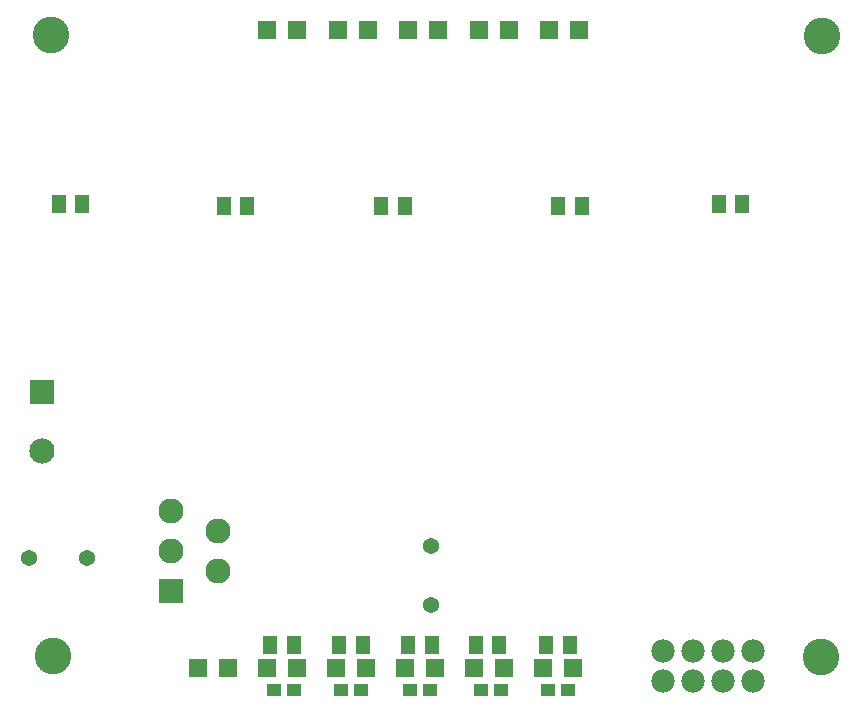
<source format=gbr>
G04 EAGLE Gerber RS-274X export*
G75*
%MOMM*%
%FSLAX34Y34*%
%LPD*%
%INSoldermask Bottom*%
%IPPOS*%
%AMOC8*
5,1,8,0,0,1.08239X$1,22.5*%
G01*
%ADD10R,1.625600X1.625600*%
%ADD11R,2.126600X2.126600*%
%ADD12C,2.126600*%
%ADD13C,3.101600*%
%ADD14R,1.201600X1.501600*%
%ADD15C,1.981200*%
%ADD16R,2.133600X2.133600*%
%ADD17C,2.133600*%
%ADD18R,1.201600X1.101600*%
%ADD19C,1.376600*%


D10*
X224790Y571500D03*
X250190Y571500D03*
X344170Y571500D03*
X369570Y571500D03*
X284480Y571500D03*
X309880Y571500D03*
X403860Y571500D03*
X429260Y571500D03*
X463550Y571500D03*
X488950Y571500D03*
D11*
X143510Y96520D03*
D12*
X183510Y113520D03*
X143510Y130520D03*
X183510Y147520D03*
X143510Y164520D03*
D13*
X43180Y41910D03*
X693420Y40640D03*
X41910Y567690D03*
X694690Y566420D03*
D14*
X68420Y424180D03*
X48420Y424180D03*
X341470Y422910D03*
X321470Y422910D03*
X208120Y422910D03*
X188120Y422910D03*
X491330Y422910D03*
X471330Y422910D03*
X627220Y424180D03*
X607220Y424180D03*
D15*
X560070Y20320D03*
X560070Y45720D03*
X585470Y20320D03*
X585470Y45720D03*
X610870Y20320D03*
X610870Y45720D03*
X636270Y20320D03*
X636270Y45720D03*
D16*
X34290Y265430D03*
D17*
X34290Y215430D03*
D10*
X483870Y31750D03*
X458470Y31750D03*
X425450Y31750D03*
X400050Y31750D03*
X367030Y31750D03*
X341630Y31750D03*
X308610Y31750D03*
X283210Y31750D03*
X250190Y31750D03*
X224790Y31750D03*
D14*
X481170Y50800D03*
X461170Y50800D03*
X421480Y50800D03*
X401480Y50800D03*
X364330Y50800D03*
X344330Y50800D03*
X305910Y50800D03*
X285910Y50800D03*
X247490Y50800D03*
X227490Y50800D03*
D18*
X479670Y12700D03*
X462670Y12700D03*
X422520Y12700D03*
X405520Y12700D03*
X362830Y12700D03*
X345830Y12700D03*
X304410Y12700D03*
X287410Y12700D03*
X247260Y12700D03*
X230260Y12700D03*
D10*
X191770Y31750D03*
X166370Y31750D03*
D19*
X22860Y124460D03*
X72390Y124460D03*
X363220Y85090D03*
X363220Y134620D03*
M02*

</source>
